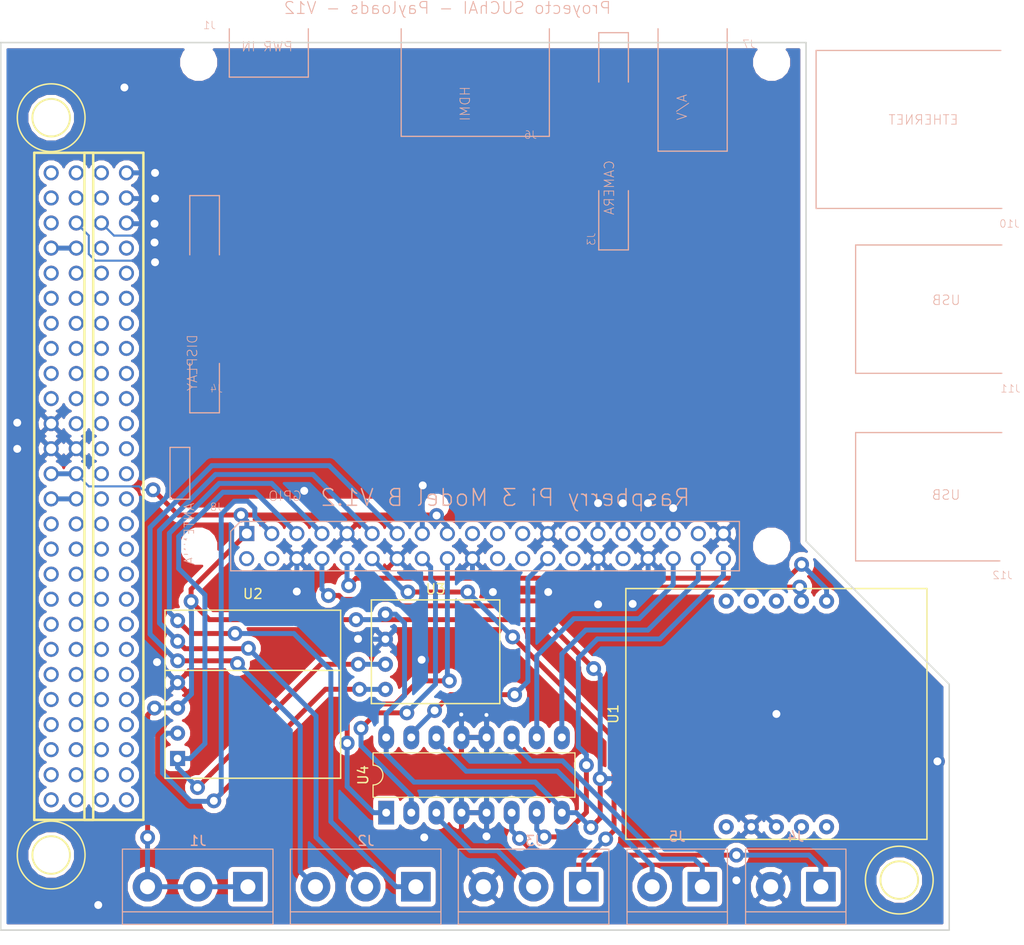
<source format=kicad_pcb>
(kicad_pcb (version 20171130) (host pcbnew 5.0.0-rc2-unknown-dfa9175~65~ubuntu17.10.1)
  (layers (0 Top signal) (1 Route2 signal) (2 Route3 signal) (3 Route4 signal) (4 Route5 signal) (5 Route6 signal) (6 Route7 signal) (7 Route8 signal) (8 Route9 signal) (9 Route10 signal) (10 Route11 signal) (11 Route12 signal) (12 Route13 signal) (13 Route14 signal) (14 Route15 signal) (31 Bottom signal) (34 B.Paste user) (35 F.Paste user) (36 B.SilkS user) (37 F.SilkS user) (38 B.Mask user) (39 F.Mask user) (44 Edge.Cuts user))
  (net 0 "")
  (net 1 /VBATT)
  (net 2 /GND)
  (net 3 /5V0)
  (net 4 /GPIO24)
  (net 5 /GPIO23)
  (net 6 /GPIO22)
  (net 7 /GPIO21)
  (net 8 /GPIO20)
  (net 9 /GPIO19)
  (net 10 /GPIO17)
  (net 11 /GPIO13)
  (net 12 /GPIO12)
  (net 13 /GPIO6)
  (net 14 /GPIO5)
  (net 15 /SCL)
  (net 16 /SDA)
  (net 17 /MOSI)
  (net 18 /MISO)
  (net 19 /SCK)
  (net 20 /3V3)
  (net 21 /RX)
  (net 22 /TX)
  (net 23 "Net-(U1-Pad1)")
  (net 24 "Net-(H1H2-Pad96)")
  (net 25 "Net-(H1H2-Pad95)")
  (net 26 "Net-(H1H2-Pad94)")
  (net 27 "Net-(H1H2-Pad93)")
  (net 28 "Net-(H1H2-Pad92)")
  (net 29 "Net-(H1H2-Pad91)")
  (net 30 "Net-(H1H2-Pad90)")
  (net 31 "Net-(H1H2-Pad89)")
  (net 32 "Net-(H1H2-Pad88)")
  (net 33 "Net-(H1H2-Pad87)")
  (net 34 "Net-(H1H2-Pad86)")
  (net 35 "Net-(H1H2-Pad85)")
  (net 36 "Net-(H1H2-Pad83)")
  (net 37 "Net-(H1H2-Pad76)")
  (net 38 "Net-(H1H2-Pad75)")
  (net 39 "Net-(H1H2-Pad74)")
  (net 40 "Net-(H1H2-Pad73)")
  (net 41 "Net-(H1H2-Pad72)")
  (net 42 "Net-(H1H2-Pad71)")
  (net 43 "Net-(H1H2-Pad70)")
  (net 44 "Net-(H1H2-Pad69)")
  (net 45 "Net-(H1H2-Pad68)")
  (net 46 "Net-(H1H2-Pad67)")
  (net 47 "Net-(H1H2-Pad66)")
  (net 48 "Net-(H1H2-Pad65)")
  (net 49 "Net-(H1H2-Pad64)")
  (net 50 "Net-(H1H2-Pad63)")
  (net 51 "Net-(H1H2-Pad62)")
  (net 52 "Net-(H1H2-Pad61)")
  (net 53 "Net-(H1H2-Pad60)")
  (net 54 "Net-(H1H2-Pad59)")
  (net 55 "Net-(H1H2-Pad58)")
  (net 56 "Net-(H1H2-Pad57)")
  (net 57 "Net-(H1H2-Pad56)")
  (net 58 "Net-(H1H2-Pad55)")
  (net 59 "Net-(H1H2-Pad54)")
  (net 60 "Net-(H1H2-Pad53)")
  (net 61 "Net-(H1H2-Pad46)")
  (net 62 "Net-(H1H2-Pad45)")
  (net 63 "Net-(H1H2-Pad44)")
  (net 64 "Net-(H1H2-Pad42)")
  (net 65 "Net-(H1H2-Pad40)")
  (net 66 "Net-(H1H2-Pad39)")
  (net 67 "Net-(H1H2-Pad38)")
  (net 68 "Net-(H1H2-Pad37)")
  (net 69 "Net-(H1H2-Pad36)")
  (net 70 "Net-(H1H2-Pad35)")
  (net 71 "Net-(H1H2-Pad34)")
  (net 72 "Net-(H1H2-Pad33)")
  (net 73 "Net-(H1H2-Pad32)")
  (net 74 "Net-(H1H2-Pad31)")
  (net 75 "Net-(H1H2-Pad30)")
  (net 76 "Net-(H1H2-Pad29)")
  (net 77 "Net-(H1H2-Pad28)")
  (net 78 "Net-(H1H2-Pad27)")
  (net 79 "Net-(H1H2-Pad26)")
  (net 80 "Net-(H1H2-Pad25)")
  (net 81 "Net-(H1H2-Pad24)")
  (net 82 "Net-(H1H2-Pad23)")
  (net 83 "Net-(H1H2-Pad22)")
  (net 84 "Net-(H1H2-Pad21)")
  (net 85 "Net-(H1H2-Pad20)")
  (net 86 "Net-(H1H2-Pad19)")
  (net 87 "Net-(H1H2-Pad18)")
  (net 88 "Net-(H1H2-Pad17)")
  (net 89 "Net-(H1H2-Pad16)")
  (net 90 "Net-(H1H2-Pad11)")
  (net 91 "Net-(H1H2-Pad10)")
  (net 92 "Net-(H1H2-Pad9)")
  (net 93 "Net-(H1H2-Pad8)")
  (net 94 "Net-(H1H2-Pad7)")
  (net 95 "Net-(H1H2-Pad6)")
  (net 96 "Net-(H1H2-Pad5)")
  (net 97 "Net-(H1H2-Pad4)")
  (net 98 "Net-(H1H2-Pad3)")
  (net 99 /GPIO26)
  (net 100 "Net-(PCB2-PadP$28)")
  (net 101 "Net-(PCB2-PadP$27)")
  (net 102 "Net-(PCB2-PadP$24)")
  (net 103 /GPIO25)
  (net 104 "Net-(U1-Pad8)")
  (net 105 "Net-(U1-Pad9)")
  (net 106 "Net-(U1-Pad10)")
  (net 107 "Net-(H1H2-Pad12)")
  (net 108 "Net-(H1H2-Pad2)")
  (net 109 "Net-(H1H2-Pad1)")
  (net 110 /MAG_INT3)
  (net 111 /MAG_INT2)
  (net 112 /MAG_INT1)
  (net 113 /SRVO_PWM)
  (net 114 /SRVO_PWR)
  (net 115 /SOLE_PWR)
  (net 116 /LINEAR2)
  (net 117 /LINEAR1)
  (net 118 /EN_SR_SO)
  (net 119 /EN_LINEAR)
  (net 120 /SRVO_SGNL)
  (net 121 /LN_SGNL1)
  (net 122 /SOLE_SGNL)
  (net 123 /LN_SGNL2)
  (net 124 "Net-(H1H2-Pad15)")
  (net 125 "Net-(H1H2-Pad14)")
  (net 126 "Net-(H1H2-Pad13)")
  (net 127 "Net-(U1-Pad4)")
  (net 128 "Net-(U1-Pad5)")
  (net 129 "Net-(PCB2-PadP$4)")
  (net 130 "Net-(PCB2-PadP$2)")
  (net 131 "Net-(H1H2-Pad50)")
  (net 132 "Net-(H1H2-Pad102)")
  (module Balloon_bus:RPI3 (layer Bottom) (at 117.0178 58.5)
    (fp_text reference PCB2 hide)
    (fp_text value RPI3 hide)
    (fp_text user ANTENNA (at 3.1115 48.0441 -90) (layer B.SilkS) (effects (font (size 0.9652 0.9652) (thickness 0.08128)) (justify left bottom mirror)))
    (fp_text user "Raspberry Pi 3 Model B V1.2" (at 53.3654 48.5775) (layer B.SilkS) (effects (font (size 1.6891 1.6891) (thickness 0.14224)) (justify left bottom mirror)))
    (fp_text user J4 (at 6 37) (layer B.SilkS) (effects (font (size 0.77216 0.77216) (thickness 0.065024)) (justify left bottom mirror)))
    (fp_text user USB (at 80.6577 47.879) (layer B.SilkS) (effects (font (size 0.9652 0.9652) (thickness 0.08128)) (justify left bottom mirror)))
    (fp_text user USB (at 77.6732 27.0256) (layer B.SilkS) (effects (font (size 0.9652 0.9652) (thickness 0.08128)) (justify right top mirror)))
    (fp_text user ETHERNET (at 73.2663 8.763) (layer B.SilkS) (effects (font (size 0.9652 0.9652) (thickness 0.08128)) (justify right top mirror)))
    (fp_text user A/V (at 52.9971 6.6675 -90) (layer B.SilkS) (effects (font (size 0.9652 0.9652) (thickness 0.08128)) (justify left bottom mirror)))
    (fp_text user CAMERA (at 45.6311 13.3604 -90) (layer B.SilkS) (effects (font (size 0.9652 0.9652) (thickness 0.08128)) (justify left bottom mirror)))
    (fp_text user HDMI (at 31.0388 5.8674 -90) (layer B.SilkS) (effects (font (size 0.9652 0.9652) (thickness 0.08128)) (justify left bottom mirror)))
    (fp_text user "PWR IN" (at 13.0937 2.4765) (layer B.SilkS) (effects (font (size 0.9652 0.9652) (thickness 0.08128)) (justify left bottom mirror)))
    (fp_text user DISPLAY (at 3.429 31.0007 -90) (layer B.SilkS) (effects (font (size 0.9652 0.9652) (thickness 0.08128)) (justify left bottom mirror)))
    (fp_text user GPIO (at 14 48) (layer B.SilkS) (effects (font (size 0.9652 0.9652) (thickness 0.08128)) (justify left bottom mirror)))
    (fp_text user J12 (at 83.8 55) (layer B.SilkS) (effects (font (size 0.77216 0.77216) (thickness 0.065024)) (justify right top mirror)))
    (fp_text user J11 (at 84.6 36.1) (layer B.SilkS) (effects (font (size 0.77216 0.77216) (thickness 0.065024)) (justify right top mirror)))
    (fp_text user J10 (at 84.5 19.4) (layer B.SilkS) (effects (font (size 0.77216 0.77216) (thickness 0.065024)) (justify right top mirror)))
    (fp_text user J7 (at 58.5 1.2) (layer B.SilkS) (effects (font (size 0.77216 0.77216) (thickness 0.065024)) (justify right top mirror)))
    (fp_text user J3 (at 43.7 20.7 -90) (layer B.SilkS) (effects (font (size 0.77216 0.77216) (thickness 0.065024)) (justify left bottom mirror)))
    (fp_text user J6 (at 37.8 11.3) (layer B.SilkS) (effects (font (size 0.77216 0.77216) (thickness 0.065024)) (justify left bottom mirror)))
    (fp_text user J1 (at 5.3 0.2) (layer B.SilkS) (effects (font (size 0.77216 0.77216) (thickness 0.065024)) (justify left bottom mirror)))
    (fp_text user J8 (at 6 49) (layer B.SilkS) (effects (font (size 0.77216 0.77216) (thickness 0.065024)) (justify left bottom mirror)))
    (pad P$40 thru_hole circle (at 56.6166 53.7718) (size 1.524 1.524) (drill 1.016) (layers *.Cu *.Mask) (net 122 /SOLE_SGNL))
    (pad P$39 thru_hole circle (at 56.6166 51.2318) (size 1.524 1.524) (drill 1.016) (layers *.Cu *.Mask) (net 2 /GND))
    (pad P$38 thru_hole circle (at 54.0766 53.7718) (size 1.524 1.524) (drill 1.016) (layers *.Cu *.Mask) (net 119 /EN_LINEAR))
    (pad P$37 thru_hole circle (at 54.0766 51.2318) (size 1.524 1.524) (drill 1.016) (layers *.Cu *.Mask) (net 99 /GPIO26))
    (pad P$36 thru_hole circle (at 51.5366 53.7718) (size 1.524 1.524) (drill 1.016) (layers *.Cu *.Mask) (net 121 /LN_SGNL1))
    (pad P$35 thru_hole circle (at 51.5366 51.2318) (size 1.524 1.524) (drill 1.016) (layers *.Cu *.Mask) (net 9 /GPIO19))
    (pad P$34 thru_hole circle (at 48.9966 53.7718) (size 1.524 1.524) (drill 1.016) (layers *.Cu *.Mask) (net 2 /GND))
    (pad P$33 thru_hole circle (at 48.9966 51.2318) (size 1.524 1.524) (drill 1.016) (layers *.Cu *.Mask) (net 11 /GPIO13))
    (pad P$32 thru_hole circle (at 46.4566 53.7718) (size 1.524 1.524) (drill 1.016) (layers *.Cu *.Mask) (net 12 /GPIO12))
    (pad P$31 thru_hole circle (at 46.4566 51.2318) (size 1.524 1.524) (drill 1.016) (layers *.Cu *.Mask) (net 13 /GPIO6))
    (pad P$30 thru_hole circle (at 43.9166 53.7718) (size 1.524 1.524) (drill 1.016) (layers *.Cu *.Mask) (net 2 /GND))
    (pad P$29 thru_hole circle (at 43.9166 51.2318) (size 1.524 1.524) (drill 1.016) (layers *.Cu *.Mask) (net 14 /GPIO5))
    (pad P$28 thru_hole circle (at 41.3766 53.7718) (size 1.524 1.524) (drill 1.016) (layers *.Cu *.Mask) (net 100 "Net-(PCB2-PadP$28)"))
    (pad P$27 thru_hole circle (at 41.3766 51.2318) (size 1.524 1.524) (drill 1.016) (layers *.Cu *.Mask) (net 101 "Net-(PCB2-PadP$27)"))
    (pad P$26 thru_hole circle (at 38.8366 53.7718) (size 1.524 1.524) (drill 1.016) (layers *.Cu *.Mask) (net 123 /LN_SGNL2))
    (pad P$25 thru_hole circle (at 38.8366 51.2318) (size 1.524 1.524) (drill 1.016) (layers *.Cu *.Mask) (net 2 /GND))
    (pad P$24 thru_hole circle (at 36.2966 53.7718) (size 1.524 1.524) (drill 1.016) (layers *.Cu *.Mask) (net 102 "Net-(PCB2-PadP$24)"))
    (pad P$23 thru_hole circle (at 36.2966 51.2318) (size 1.524 1.524) (drill 1.016) (layers *.Cu *.Mask) (net 19 /SCK))
    (pad P$22 thru_hole circle (at 33.7566 53.7718) (size 1.524 1.524) (drill 1.016) (layers *.Cu *.Mask) (net 103 /GPIO25))
    (pad P$21 thru_hole circle (at 33.7566 51.2318) (size 1.524 1.524) (drill 1.016) (layers *.Cu *.Mask) (net 18 /MISO))
    (pad P$20 thru_hole circle (at 31.2166 53.7718) (size 1.524 1.524) (drill 1.016) (layers *.Cu *.Mask) (net 2 /GND))
    (pad P$19 thru_hole circle (at 31.2166 51.2318) (size 1.524 1.524) (drill 1.016) (layers *.Cu *.Mask) (net 17 /MOSI))
    (pad P$18 thru_hole circle (at 28.6766 53.7718) (size 1.524 1.524) (drill 1.016) (layers *.Cu *.Mask) (net 118 /EN_SR_SO))
    (pad P$17 thru_hole circle (at 28.6766 51.2318) (size 1.524 1.524) (drill 1.016) (layers *.Cu *.Mask) (net 20 /3V3))
    (pad P$16 thru_hole circle (at 26.1366 53.7718) (size 1.524 1.524) (drill 1.016) (layers *.Cu *.Mask) (net 120 /SRVO_SGNL))
    (pad P$15 thru_hole circle (at 26.1366 51.2318) (size 1.524 1.524) (drill 1.016) (layers *.Cu *.Mask) (net 6 /GPIO22))
    (pad P$14 thru_hole circle (at 23.5966 53.7718) (size 1.524 1.524) (drill 1.016) (layers *.Cu *.Mask) (net 2 /GND))
    (pad P$13 thru_hole circle (at 23.5966 51.2318) (size 1.524 1.524) (drill 1.016) (layers *.Cu *.Mask) (net 110 /MAG_INT3))
    (pad P$12 thru_hole circle (at 21.0566 53.7718) (size 1.524 1.524) (drill 1.016) (layers *.Cu *.Mask) (net 113 /SRVO_PWM))
    (pad P$11 thru_hole circle (at 21.0566 51.2318) (size 1.524 1.524) (drill 1.016) (layers *.Cu *.Mask) (net 111 /MAG_INT2))
    (pad P$10 thru_hole circle (at 18.5166 53.7718) (size 1.524 1.524) (drill 1.016) (layers *.Cu *.Mask) (net 21 /RX))
    (pad P$9 thru_hole circle (at 18.5166 51.2318) (size 1.524 1.524) (drill 1.016) (layers *.Cu *.Mask) (net 2 /GND))
    (pad P$8 thru_hole circle (at 15.9766 53.7718) (size 1.524 1.524) (drill 1.016) (layers *.Cu *.Mask) (net 22 /TX))
    (pad P$7 thru_hole circle (at 15.9766 51.2318) (size 1.524 1.524) (drill 1.016) (layers *.Cu *.Mask) (net 112 /MAG_INT1))
    (pad P$6 thru_hole circle (at 13.4366 53.7718) (size 1.524 1.524) (drill 1.016) (layers *.Cu *.Mask) (net 2 /GND))
    (pad P$5 thru_hole circle (at 13.4366 51.2318) (size 1.524 1.524) (drill 1.016) (layers *.Cu *.Mask) (net 15 /SCL))
    (pad P$4 thru_hole circle (at 10.8966 53.7718) (size 1.524 1.524) (drill 1.016) (layers *.Cu *.Mask) (net 129 "Net-(PCB2-PadP$4)"))
    (pad P$3 thru_hole circle (at 10.8966 51.2318) (size 1.524 1.524) (drill 1.016) (layers *.Cu *.Mask) (net 16 /SDA))
    (pad P$2 thru_hole circle (at 8.3566 53.7718) (size 1.524 1.524) (drill 1.016) (layers *.Cu *.Mask) (net 130 "Net-(PCB2-PadP$2)"))
    (pad P$1 thru_hole rect (at 8.37 51.23) (size 1.524 1.524) (drill 1.016) (layers *.Cu *.Mask) (net 20 /3V3))
    (pad "" np_thru_hole circle (at 61.5 52.5) (size 2.75 2.75) (drill 2.75) (layers *.Cu))
    (pad "" np_thru_hole circle (at 3.5 52.5) (size 2.75 2.75) (drill 2.75) (layers *.Cu))
    (pad "" np_thru_hole circle (at 61.5 3.5) (size 2.75 2.75) (drill 2.75) (layers *.Cu))
    (pad "" np_thru_hole circle (at 3.5 3.5) (size 2.75 2.75) (drill 2.75) (layers *.Cu))
  )
  (module Balloon_bus:PC_104 (layer Top) (at 196.5185 59.9898 180)
    (fp_text reference H1H2 hide)
    (fp_text value PC104_CONN hide)
    (pad 104 thru_hole circle (at 90.932 -13.208 90) (size 1.524 1.524) (drill 1.016) (layers *.Cu *.Mask) (net 4 /GPIO24))
    (pad 103 thru_hole circle (at 88.392 -13.208 90) (size 1.524 1.524) (drill 1.016) (layers *.Cu *.Mask) (net 5 /GPIO23))
    (pad 102 thru_hole circle (at 90.932 -15.748 90) (size 1.524 1.524) (drill 1.016) (layers *.Cu *.Mask) (net 132 "Net-(H1H2-Pad102)"))
    (pad 101 thru_hole circle (at 88.392 -15.748 90) (size 1.524 1.524) (drill 1.016) (layers *.Cu *.Mask) (net 7 /GPIO21))
    (pad 100 thru_hole circle (at 90.932 -18.288 90) (size 1.524 1.524) (drill 1.016) (layers *.Cu *.Mask) (net 8 /GPIO20))
    (pad 99 thru_hole circle (at 88.392 -18.288 90) (size 1.524 1.524) (drill 1.016) (layers *.Cu *.Mask) (net 6 /GPIO22))
    (pad 98 thru_hole circle (at 90.932 -20.828 90) (size 1.524 1.524) (drill 1.016) (layers *.Cu *.Mask) (net 1 /VBATT))
    (pad 97 thru_hole circle (at 88.392 -20.828 90) (size 1.524 1.524) (drill 1.016) (layers *.Cu *.Mask) (net 1 /VBATT))
    (pad 96 thru_hole circle (at 90.932 -23.368 90) (size 1.524 1.524) (drill 1.016) (layers *.Cu *.Mask) (net 24 "Net-(H1H2-Pad96)"))
    (pad 95 thru_hole circle (at 88.392 -23.368 90) (size 1.524 1.524) (drill 1.016) (layers *.Cu *.Mask) (net 25 "Net-(H1H2-Pad95)"))
    (pad 94 thru_hole circle (at 90.932 -25.908 90) (size 1.524 1.524) (drill 1.016) (layers *.Cu *.Mask) (net 26 "Net-(H1H2-Pad94)"))
    (pad 93 thru_hole circle (at 88.392 -25.908 90) (size 1.524 1.524) (drill 1.016) (layers *.Cu *.Mask) (net 27 "Net-(H1H2-Pad93)"))
    (pad 92 thru_hole circle (at 90.932 -28.448 90) (size 1.524 1.524) (drill 1.016) (layers *.Cu *.Mask) (net 28 "Net-(H1H2-Pad92)"))
    (pad 91 thru_hole circle (at 88.392 -28.448 90) (size 1.524 1.524) (drill 1.016) (layers *.Cu *.Mask) (net 29 "Net-(H1H2-Pad91)"))
    (pad 90 thru_hole circle (at 90.932 -30.988 90) (size 1.524 1.524) (drill 1.016) (layers *.Cu *.Mask) (net 30 "Net-(H1H2-Pad90)"))
    (pad 89 thru_hole circle (at 88.392 -30.988 90) (size 1.524 1.524) (drill 1.016) (layers *.Cu *.Mask) (net 31 "Net-(H1H2-Pad89)"))
    (pad 88 thru_hole circle (at 90.932 -33.528 90) (size 1.524 1.524) (drill 1.016) (layers *.Cu *.Mask) (net 32 "Net-(H1H2-Pad88)"))
    (pad 87 thru_hole circle (at 88.392 -33.528 90) (size 1.524 1.524) (drill 1.016) (layers *.Cu *.Mask) (net 33 "Net-(H1H2-Pad87)"))
    (pad 86 thru_hole circle (at 90.932 -36.068 90) (size 1.524 1.524) (drill 1.016) (layers *.Cu *.Mask) (net 34 "Net-(H1H2-Pad86)"))
    (pad 85 thru_hole circle (at 88.392 -36.068 90) (size 1.524 1.524) (drill 1.016) (layers *.Cu *.Mask) (net 35 "Net-(H1H2-Pad85)"))
    (pad 84 thru_hole circle (at 90.932 -38.608 90) (size 1.524 1.524) (drill 1.016) (layers *.Cu *.Mask) (net 2 /GND))
    (pad 83 thru_hole circle (at 88.392 -38.608 90) (size 1.524 1.524) (drill 1.016) (layers *.Cu *.Mask) (net 36 "Net-(H1H2-Pad83)"))
    (pad 82 thru_hole circle (at 90.932 -41.148 90) (size 1.524 1.524) (drill 1.016) (layers *.Cu *.Mask) (net 2 /GND))
    (pad 81 thru_hole circle (at 88.392 -41.148 90) (size 1.524 1.524) (drill 1.016) (layers *.Cu *.Mask) (net 2 /GND))
    (pad 80 thru_hole circle (at 90.932 -43.688 90) (size 1.524 1.524) (drill 1.016) (layers *.Cu *.Mask) (net 20 /3V3))
    (pad 79 thru_hole circle (at 88.392 -43.688 90) (size 1.524 1.524) (drill 1.016) (layers *.Cu *.Mask) (net 20 /3V3))
    (pad 78 thru_hole circle (at 90.932 -46.228 90) (size 1.524 1.524) (drill 1.016) (layers *.Cu *.Mask) (net 3 /5V0))
    (pad 77 thru_hole circle (at 88.392 -46.228 90) (size 1.524 1.524) (drill 1.016) (layers *.Cu *.Mask) (net 3 /5V0))
    (pad 76 thru_hole circle (at 90.932 -48.768 90) (size 1.524 1.524) (drill 1.016) (layers *.Cu *.Mask) (net 37 "Net-(H1H2-Pad76)"))
    (pad 75 thru_hole circle (at 88.392 -48.768 90) (size 1.524 1.524) (drill 1.016) (layers *.Cu *.Mask) (net 38 "Net-(H1H2-Pad75)"))
    (pad 74 thru_hole circle (at 90.932 -51.308 90) (size 1.524 1.524) (drill 1.016) (layers *.Cu *.Mask) (net 39 "Net-(H1H2-Pad74)"))
    (pad 73 thru_hole circle (at 88.392 -51.308 90) (size 1.524 1.524) (drill 1.016) (layers *.Cu *.Mask) (net 40 "Net-(H1H2-Pad73)"))
    (pad 72 thru_hole circle (at 90.932 -53.848 90) (size 1.524 1.524) (drill 1.016) (layers *.Cu *.Mask) (net 41 "Net-(H1H2-Pad72)"))
    (pad 71 thru_hole circle (at 88.392 -53.848 90) (size 1.524 1.524) (drill 1.016) (layers *.Cu *.Mask) (net 42 "Net-(H1H2-Pad71)"))
    (pad 70 thru_hole circle (at 90.932 -56.388 90) (size 1.524 1.524) (drill 1.016) (layers *.Cu *.Mask) (net 43 "Net-(H1H2-Pad70)"))
    (pad 69 thru_hole circle (at 88.392 -56.388 90) (size 1.524 1.524) (drill 1.016) (layers *.Cu *.Mask) (net 44 "Net-(H1H2-Pad69)"))
    (pad 68 thru_hole circle (at 90.932 -58.928 90) (size 1.524 1.524) (drill 1.016) (layers *.Cu *.Mask) (net 45 "Net-(H1H2-Pad68)"))
    (pad 67 thru_hole circle (at 88.392 -58.928 90) (size 1.524 1.524) (drill 1.016) (layers *.Cu *.Mask) (net 46 "Net-(H1H2-Pad67)"))
    (pad 66 thru_hole circle (at 90.932 -61.468 90) (size 1.524 1.524) (drill 1.016) (layers *.Cu *.Mask) (net 47 "Net-(H1H2-Pad66)"))
    (pad 65 thru_hole circle (at 88.392 -61.468 90) (size 1.524 1.524) (drill 1.016) (layers *.Cu *.Mask) (net 48 "Net-(H1H2-Pad65)"))
    (pad 64 thru_hole circle (at 90.932 -64.008 90) (size 1.524 1.524) (drill 1.016) (layers *.Cu *.Mask) (net 49 "Net-(H1H2-Pad64)"))
    (pad 63 thru_hole circle (at 88.392 -64.008 90) (size 1.524 1.524) (drill 1.016) (layers *.Cu *.Mask) (net 50 "Net-(H1H2-Pad63)"))
    (pad 62 thru_hole circle (at 90.932 -66.548 90) (size 1.524 1.524) (drill 1.016) (layers *.Cu *.Mask) (net 51 "Net-(H1H2-Pad62)"))
    (pad 61 thru_hole circle (at 88.392 -66.548 90) (size 1.524 1.524) (drill 1.016) (layers *.Cu *.Mask) (net 52 "Net-(H1H2-Pad61)"))
    (pad 60 thru_hole circle (at 90.932 -69.088 90) (size 1.524 1.524) (drill 1.016) (layers *.Cu *.Mask) (net 53 "Net-(H1H2-Pad60)"))
    (pad 59 thru_hole circle (at 88.392 -69.088 90) (size 1.524 1.524) (drill 1.016) (layers *.Cu *.Mask) (net 54 "Net-(H1H2-Pad59)"))
    (pad 58 thru_hole circle (at 90.932 -71.628 90) (size 1.524 1.524) (drill 1.016) (layers *.Cu *.Mask) (net 55 "Net-(H1H2-Pad58)"))
    (pad 57 thru_hole circle (at 88.392 -71.628 90) (size 1.524 1.524) (drill 1.016) (layers *.Cu *.Mask) (net 56 "Net-(H1H2-Pad57)"))
    (pad 56 thru_hole circle (at 90.932 -74.168 90) (size 1.524 1.524) (drill 1.016) (layers *.Cu *.Mask) (net 57 "Net-(H1H2-Pad56)"))
    (pad 55 thru_hole circle (at 88.392 -74.168 90) (size 1.524 1.524) (drill 1.016) (layers *.Cu *.Mask) (net 58 "Net-(H1H2-Pad55)"))
    (pad 54 thru_hole circle (at 90.932 -76.708 90) (size 1.524 1.524) (drill 1.016) (layers *.Cu *.Mask) (net 59 "Net-(H1H2-Pad54)"))
    (pad 53 thru_hole circle (at 88.392 -76.708 90) (size 1.524 1.524) (drill 1.016) (layers *.Cu *.Mask) (net 60 "Net-(H1H2-Pad53)"))
    (pad 52 thru_hole circle (at 85.852 -13.208 90) (size 1.524 1.524) (drill 1.016) (layers *.Cu *.Mask) (net 10 /GPIO17))
    (pad 51 thru_hole circle (at 83.312 -13.208 90) (size 1.524 1.524) (drill 1.016) (layers *.Cu *.Mask) (net 9 /GPIO19))
    (pad 50 thru_hole circle (at 85.852 -15.748 90) (size 1.524 1.524) (drill 1.016) (layers *.Cu *.Mask) (net 131 "Net-(H1H2-Pad50)"))
    (pad 49 thru_hole circle (at 83.312 -15.748 90) (size 1.524 1.524) (drill 1.016) (layers *.Cu *.Mask) (net 11 /GPIO13))
    (pad 48 thru_hole circle (at 85.852 -18.288 90) (size 1.524 1.524) (drill 1.016) (layers *.Cu *.Mask) (net 14 /GPIO5))
    (pad 47 thru_hole circle (at 83.312 -18.288 90) (size 1.524 1.524) (drill 1.016) (layers *.Cu *.Mask) (net 13 /GPIO6))
    (pad 46 thru_hole circle (at 85.852 -20.828 90) (size 1.524 1.524) (drill 1.016) (layers *.Cu *.Mask) (net 61 "Net-(H1H2-Pad46)"))
    (pad 45 thru_hole circle (at 83.312 -20.828 90) (size 1.524 1.524) (drill 1.016) (layers *.Cu *.Mask) (net 62 "Net-(H1H2-Pad45)"))
    (pad 44 thru_hole circle (at 85.852 -23.368 90) (size 1.524 1.524) (drill 1.016) (layers *.Cu *.Mask) (net 63 "Net-(H1H2-Pad44)"))
    (pad 43 thru_hole circle (at 83.312 -23.368 90) (size 1.524 1.524) (drill 1.016) (layers *.Cu *.Mask) (net 15 /SCL))
    (pad 42 thru_hole circle (at 85.852 -25.908 90) (size 1.524 1.524) (drill 1.016) (layers *.Cu *.Mask) (net 64 "Net-(H1H2-Pad42)"))
    (pad 41 thru_hole circle (at 83.312 -25.908 90) (size 1.524 1.524) (drill 1.016) (layers *.Cu *.Mask) (net 16 /SDA))
    (pad 40 thru_hole circle (at 85.852 -28.448 90) (size 1.524 1.524) (drill 1.016) (layers *.Cu *.Mask) (net 65 "Net-(H1H2-Pad40)"))
    (pad 39 thru_hole circle (at 83.312 -28.448 90) (size 1.524 1.524) (drill 1.016) (layers *.Cu *.Mask) (net 66 "Net-(H1H2-Pad39)"))
    (pad 38 thru_hole circle (at 85.852 -30.988 90) (size 1.524 1.524) (drill 1.016) (layers *.Cu *.Mask) (net 67 "Net-(H1H2-Pad38)"))
    (pad 37 thru_hole circle (at 83.312 -30.988 90) (size 1.524 1.524) (drill 1.016) (layers *.Cu *.Mask) (net 68 "Net-(H1H2-Pad37)"))
    (pad 36 thru_hole circle (at 85.852 -33.528 90) (size 1.524 1.524) (drill 1.016) (layers *.Cu *.Mask) (net 69 "Net-(H1H2-Pad36)"))
    (pad 35 thru_hole circle (at 83.312 -33.528 90) (size 1.524 1.524) (drill 1.016) (layers *.Cu *.Mask) (net 70 "Net-(H1H2-Pad35)"))
    (pad 34 thru_hole circle (at 85.852 -36.068 90) (size 1.524 1.524) (drill 1.016) (layers *.Cu *.Mask) (net 71 "Net-(H1H2-Pad34)"))
    (pad 33 thru_hole circle (at 83.312 -36.068 90) (size 1.524 1.524) (drill 1.016) (layers *.Cu *.Mask) (net 72 "Net-(H1H2-Pad33)"))
    (pad 32 thru_hole circle (at 85.852 -38.608 90) (size 1.524 1.524) (drill 1.016) (layers *.Cu *.Mask) (net 73 "Net-(H1H2-Pad32)"))
    (pad 31 thru_hole circle (at 83.312 -38.608 90) (size 1.524 1.524) (drill 1.016) (layers *.Cu *.Mask) (net 74 "Net-(H1H2-Pad31)"))
    (pad 30 thru_hole circle (at 85.852 -41.148 90) (size 1.524 1.524) (drill 1.016) (layers *.Cu *.Mask) (net 75 "Net-(H1H2-Pad30)"))
    (pad 29 thru_hole circle (at 83.312 -41.148 90) (size 1.524 1.524) (drill 1.016) (layers *.Cu *.Mask) (net 76 "Net-(H1H2-Pad29)"))
    (pad 28 thru_hole circle (at 85.852 -43.688 90) (size 1.524 1.524) (drill 1.016) (layers *.Cu *.Mask) (net 77 "Net-(H1H2-Pad28)"))
    (pad 27 thru_hole circle (at 83.312 -43.688 90) (size 1.524 1.524) (drill 1.016) (layers *.Cu *.Mask) (net 78 "Net-(H1H2-Pad27)"))
    (pad 26 thru_hole circle (at 85.852 -46.228 90) (size 1.524 1.524) (drill 1.016) (layers *.Cu *.Mask) (net 79 "Net-(H1H2-Pad26)"))
    (pad 25 thru_hole circle (at 83.312 -46.228 90) (size 1.524 1.524) (drill 1.016) (layers *.Cu *.Mask) (net 80 "Net-(H1H2-Pad25)"))
    (pad 24 thru_hole circle (at 85.852 -48.768 90) (size 1.524 1.524) (drill 1.016) (layers *.Cu *.Mask) (net 81 "Net-(H1H2-Pad24)"))
    (pad 23 thru_hole circle (at 83.312 -48.768 90) (size 1.524 1.524) (drill 1.016) (layers *.Cu *.Mask) (net 82 "Net-(H1H2-Pad23)"))
    (pad 22 thru_hole circle (at 85.852 -51.308 90) (size 1.524 1.524) (drill 1.016) (layers *.Cu *.Mask) (net 83 "Net-(H1H2-Pad22)"))
    (pad 21 thru_hole circle (at 83.312 -51.308 90) (size 1.524 1.524) (drill 1.016) (layers *.Cu *.Mask) (net 84 "Net-(H1H2-Pad21)"))
    (pad 20 thru_hole circle (at 85.852 -53.848 90) (size 1.524 1.524) (drill 1.016) (layers *.Cu *.Mask) (net 85 "Net-(H1H2-Pad20)"))
    (pad 19 thru_hole circle (at 83.312 -53.848 90) (size 1.524 1.524) (drill 1.016) (layers *.Cu *.Mask) (net 86 "Net-(H1H2-Pad19)"))
    (pad 18 thru_hole circle (at 85.852 -56.388 90) (size 1.524 1.524) (drill 1.016) (layers *.Cu *.Mask) (net 87 "Net-(H1H2-Pad18)"))
    (pad 17 thru_hole circle (at 83.312 -56.388 90) (size 1.524 1.524) (drill 1.016) (layers *.Cu *.Mask) (net 88 "Net-(H1H2-Pad17)"))
    (pad 16 thru_hole circle (at 85.852 -58.928 90) (size 1.524 1.524) (drill 1.016) (layers *.Cu *.Mask) (net 89 "Net-(H1H2-Pad16)"))
    (pad 15 thru_hole circle (at 83.312 -58.928 90) (size 1.524 1.524) (drill 1.016) (layers *.Cu *.Mask) (net 124 "Net-(H1H2-Pad15)"))
    (pad 14 thru_hole circle (at 85.852 -61.468 90) (size 1.524 1.524) (drill 1.016) (layers *.Cu *.Mask) (net 125 "Net-(H1H2-Pad14)"))
    (pad 13 thru_hole circle (at 83.312 -61.468 90) (size 1.524 1.524) (drill 1.016) (layers *.Cu *.Mask) (net 126 "Net-(H1H2-Pad13)"))
    (pad 12 thru_hole circle (at 85.852 -64.008 90) (size 1.524 1.524) (drill 1.016) (layers *.Cu *.Mask) (net 107 "Net-(H1H2-Pad12)"))
    (pad 11 thru_hole circle (at 83.312 -64.008 90) (size 1.524 1.524) (drill 1.016) (layers *.Cu *.Mask) (net 90 "Net-(H1H2-Pad11)"))
    (pad 10 thru_hole circle (at 85.852 -66.548 90) (size 1.524 1.524) (drill 1.016) (layers *.Cu *.Mask) (net 91 "Net-(H1H2-Pad10)"))
    (pad 9 thru_hole circle (at 83.312 -66.548 90) (size 1.524 1.524) (drill 1.016) (layers *.Cu *.Mask) (net 92 "Net-(H1H2-Pad9)"))
    (pad 8 thru_hole circle (at 85.852 -69.088 90) (size 1.524 1.524) (drill 1.016) (layers *.Cu *.Mask) (net 93 "Net-(H1H2-Pad8)"))
    (pad 7 thru_hole circle (at 83.312 -69.088 90) (size 1.524 1.524) (drill 1.016) (layers *.Cu *.Mask) (net 94 "Net-(H1H2-Pad7)"))
    (pad 6 thru_hole circle (at 85.852 -71.628 90) (size 1.524 1.524) (drill 1.016) (layers *.Cu *.Mask) (net 95 "Net-(H1H2-Pad6)"))
    (pad 5 thru_hole circle (at 83.312 -71.628 90) (size 1.524 1.524) (drill 1.016) (layers *.Cu *.Mask) (net 96 "Net-(H1H2-Pad5)"))
    (pad 4 thru_hole circle (at 85.852 -74.168 90) (size 1.524 1.524) (drill 1.016) (layers *.Cu *.Mask) (net 97 "Net-(H1H2-Pad4)"))
    (pad 3 thru_hole circle (at 83.312 -74.168 90) (size 1.524 1.524) (drill 1.016) (layers *.Cu *.Mask) (net 98 "Net-(H1H2-Pad3)"))
    (pad 2 thru_hole circle (at 85.852 -76.708 90) (size 1.524 1.524) (drill 1.016) (layers *.Cu *.Mask) (net 108 "Net-(H1H2-Pad2)"))
    (pad 1 thru_hole circle (at 83.312 -76.708 90) (size 1.524 1.524) (drill 1.016) (layers *.Cu *.Mask) (net 109 "Net-(H1H2-Pad1)"))
  )
  (module Balloon_bus:3,6 (layer Top) (at 105.5865 67.6098)
    (fp_text reference U$11 hide)
    (fp_text value "" hide)
    (pad "" np_thru_hole circle (at 0 0) (size 3.6 3.6) (drill 3.6) (layers *.Cu))
  )
  (module Balloon_bus:3,6 (layer Top) (at 191.4385 144.8258)
    (fp_text reference U$13 hide)
    (fp_text value "" hide)
    (pad "" np_thru_hole circle (at 0 0) (size 3.6 3.6) (drill 3.6) (layers *.Cu))
  )
  (module Balloon_bus:3,6 (layer Top) (at 105.5865 142.2858)
    (fp_text reference U$14 hide)
    (fp_text value "" hide)
    (pad "" np_thru_hole circle (at 0 0) (size 3.6 3.6) (drill 3.6) (layers *.Cu))
  )
  (module TerminalBlock:TerminalBlock_bornier-3_P5.08mm (layer Bottom) (at 125.5 145.5 180)
    (fp_text reference J1 (at 5.05 4.65 180) (layer B.SilkS) (effects (justify mirror)))
    (fp_text value 3V3)
    (pad 1 thru_hole rect (at 0 0 180) (size 3 3) (drill 1.52) (layers *.Cu *.Mask) (net 20 /3V3))
    (pad 2 thru_hole circle (at 5.08 0 180) (size 3 3) (drill 1.52) (layers *.Cu *.Mask) (net 20 /3V3))
    (pad 3 thru_hole circle (at 10.16 0 180) (size 3 3) (drill 1.52) (layers *.Cu *.Mask) (net 20 /3V3))
  )
  (module TerminalBlock:TerminalBlock_bornier-3_P5.08mm (layer Bottom) (at 142.5 145.5 180)
    (fp_text reference J2 (at 5.05 4.65 180) (layer B.SilkS) (effects (justify mirror)))
    (fp_text value "DEPLOY SENSOR")
    (pad 3 thru_hole circle (at 10.16 0 180) (size 3 3) (drill 1.52) (layers *.Cu *.Mask) (net 110 /MAG_INT3))
    (pad 2 thru_hole circle (at 5.08 0 180) (size 3 3) (drill 1.52) (layers *.Cu *.Mask) (net 111 /MAG_INT2))
    (pad 1 thru_hole rect (at 0 0 180) (size 3 3) (drill 1.52) (layers *.Cu *.Mask) (net 112 /MAG_INT1))
  )
  (module TerminalBlock:TerminalBlock_bornier-3_P5.08mm (layer Bottom) (at 159.5 145.5 180)
    (fp_text reference J3 (at 5.05 4.65 180) (layer B.SilkS) (effects (justify mirror)))
    (fp_text value SERVO)
    (pad 1 thru_hole rect (at 0 0 180) (size 3 3) (drill 1.52) (layers *.Cu *.Mask) (net 113 /SRVO_PWM))
    (pad 2 thru_hole circle (at 5.08 0 180) (size 3 3) (drill 1.52) (layers *.Cu *.Mask) (net 114 /SRVO_PWR))
    (pad 3 thru_hole circle (at 10.16 0 180) (size 3 3) (drill 1.52) (layers *.Cu *.Mask) (net 2 /GND))
  )
  (module TerminalBlock:TerminalBlock_bornier-2_P5.08mm (layer Bottom) (at 183.5 145.5 180)
    (fp_text reference J4 (at 2.54 5.08 180) (layer B.SilkS) (effects (justify mirror)))
    (fp_text value SOLENOID)
    (pad 2 thru_hole circle (at 5.08 0 180) (size 3 3) (drill 1.52) (layers *.Cu *.Mask) (net 2 /GND))
    (pad 1 thru_hole rect (at 0 0 180) (size 3 3) (drill 1.52) (layers *.Cu *.Mask) (net 115 /SOLE_PWR))
  )
  (module TerminalBlock:TerminalBlock_bornier-2_P5.08mm (layer Bottom) (at 171.5 145.5 180)
    (fp_text reference J5 (at 2.54 5.08 180) (layer B.SilkS) (effects (justify mirror)))
    (fp_text value "LINEAR ACTUATOR")
    (pad 2 thru_hole circle (at 5.08 0 180) (size 3 3) (drill 1.52) (layers *.Cu *.Mask) (net 116 /LINEAR2))
    (pad 1 thru_hole rect (at 0 0 180) (size 3 3) (drill 1.52) (layers *.Cu *.Mask) (net 117 /LINEAR1))
  )
  (module Package_DIP:DIP-16_W7.62mm_LongPads (layer Top) (at 139.5 138 90)
    (fp_text reference U4 (at 3.81 -2.33 90) (layer F.SilkS))
    (fp_text value SN754410)
    (pad 1 thru_hole rect (at 0 0 90) (size 2.4 1.6) (drill 0.8) (layers *.Cu *.Mask) (net 118 /EN_SR_SO))
    (pad 9 thru_hole oval (at 7.62 17.78 90) (size 2.4 1.6) (drill 0.8) (layers *.Cu *.Mask) (net 119 /EN_LINEAR))
    (pad 2 thru_hole oval (at 0 2.54 90) (size 2.4 1.6) (drill 0.8) (layers *.Cu *.Mask) (net 120 /SRVO_SGNL))
    (pad 10 thru_hole oval (at 7.62 15.24 90) (size 2.4 1.6) (drill 0.8) (layers *.Cu *.Mask) (net 121 /LN_SGNL1))
    (pad 3 thru_hole oval (at 0 5.08 90) (size 2.4 1.6) (drill 0.8) (layers *.Cu *.Mask) (net 114 /SRVO_PWR))
    (pad 11 thru_hole oval (at 7.62 12.7 90) (size 2.4 1.6) (drill 0.8) (layers *.Cu *.Mask) (net 117 /LINEAR1))
    (pad 4 thru_hole oval (at 0 7.62 90) (size 2.4 1.6) (drill 0.8) (layers *.Cu *.Mask) (net 2 /GND))
    (pad 12 thru_hole oval (at 7.62 10.16 90) (size 2.4 1.6) (drill 0.8) (layers *.Cu *.Mask) (net 2 /GND))
    (pad 5 thru_hole oval (at 0 10.16 90) (size 2.4 1.6) (drill 0.8) (layers *.Cu *.Mask) (net 2 /GND))
    (pad 13 thru_hole oval (at 7.62 7.62 90) (size 2.4 1.6) (drill 0.8) (layers *.Cu *.Mask) (net 2 /GND))
    (pad 6 thru_hole oval (at 0 12.7 90) (size 2.4 1.6) (drill 0.8) (layers *.Cu *.Mask) (net 115 /SOLE_PWR))
    (pad 14 thru_hole oval (at 7.62 5.08 90) (size 2.4 1.6) (drill 0.8) (layers *.Cu *.Mask) (net 116 /LINEAR2))
    (pad 7 thru_hole oval (at 0 15.24 90) (size 2.4 1.6) (drill 0.8) (layers *.Cu *.Mask) (net 122 /SOLE_SGNL))
    (pad 15 thru_hole oval (at 7.62 2.54 90) (size 2.4 1.6) (drill 0.8) (layers *.Cu *.Mask) (net 123 /LN_SGNL2))
    (pad 8 thru_hole oval (at 0 17.78 90) (size 2.4 1.6) (drill 0.8) (layers *.Cu *.Mask) (net 20 /3V3))
    (pad 16 thru_hole oval (at 7.62 0 90) (size 2.4 1.6) (drill 0.8) (layers *.Cu *.Mask) (net 20 /3V3))
  )
  (module GPS:XA1110 (layer Top) (at 179 128 90)
    (fp_text reference U1 (at 0 -16.51 90) (layer F.SilkS))
    (fp_text value XA1110)
    (pad 1 thru_hole circle (at -11.43 -5.08 90) (size 1.524 1.524) (drill 0.762) (layers *.Cu *.Mask) (net 23 "Net-(U1-Pad1)"))
    (pad 2 thru_hole circle (at -11.43 -2.54 90) (size 1.524 1.524) (drill 0.762) (layers *.Cu *.Mask) (net 2 /GND))
    (pad 3 thru_hole circle (at -11.43 0 90) (size 1.524 1.524) (drill 0.762) (layers *.Cu *.Mask) (net 20 /3V3))
    (pad 4 thru_hole circle (at -11.43 2.54 90) (size 1.524 1.524) (drill 0.762) (layers *.Cu *.Mask) (net 127 "Net-(U1-Pad4)"))
    (pad 5 thru_hole circle (at -11.43 5.08 90) (size 1.524 1.524) (drill 0.762) (layers *.Cu *.Mask) (net 128 "Net-(U1-Pad5)"))
    (pad 6 thru_hole circle (at 11.43 5.08 90) (size 1.524 1.524) (drill 0.762) (layers *.Cu *.Mask) (net 21 /RX))
    (pad 7 thru_hole circle (at 11.43 2.54 90) (size 1.524 1.524) (drill 0.762) (layers *.Cu *.Mask) (net 22 /TX))
    (pad 8 thru_hole circle (at 11.43 0 90) (size 1.524 1.524) (drill 0.762) (layers *.Cu *.Mask) (net 104 "Net-(U1-Pad8)"))
    (pad 9 thru_hole circle (at 11.43 -2.54 90) (size 1.524 1.524) (drill 0.762) (layers *.Cu *.Mask) (net 105 "Net-(U1-Pad9)"))
    (pad 10 thru_hole circle (at 11.43 -5.08 90) (size 1.524 1.524) (drill 0.762) (layers *.Cu *.Mask) (net 106 "Net-(U1-Pad10)"))
  )
  (module Sensor:BMP180-V2 (layer Top) (at 144.5 121.7)
    (fp_text reference U3 (at 0 -6.35) (layer F.SilkS))
    (fp_text value BMP180-V2)
    (pad 1 thru_hole circle (at -5.08 -3.81) (size 1.524 1.524) (drill 0.762) (layers *.Cu *.Mask) (net 20 /3V3))
    (pad 2 thru_hole circle (at -5.08 -1.27) (size 1.524 1.524) (drill 0.762) (layers *.Cu *.Mask) (net 2 /GND))
    (pad 3 thru_hole circle (at -5.08 1.27) (size 1.524 1.524) (drill 0.762) (layers *.Cu *.Mask) (net 15 /SCL))
    (pad 4 thru_hole circle (at -5.08 3.81) (size 1.524 1.524) (drill 0.762) (layers *.Cu *.Mask) (net 16 /SDA))
  )
  (module Sensor:MPU-9250-BREAKOUT-R (layer Top) (at 126 126)
    (fp_text reference U2 (at 0 -10.16) (layer F.SilkS))
    (fp_text value MPU-9250-BREAKOUT-R)
    (pad 1 thru_hole rect (at -7.62 6.51) (size 1.524 1.524) (drill 0.762) (layers *.Cu *.Mask) (net 15 /SCL))
    (pad 2 thru_hole circle (at -7.62 3.95) (size 1.524 1.524) (drill 0.762) (layers *.Cu *.Mask) (net 16 /SDA))
    (pad 3 thru_hole circle (at -7.62 1.39) (size 1.524 1.524) (drill 0.762) (layers *.Cu *.Mask) (net 20 /3V3))
    (pad 4 thru_hole circle (at -7.62 -1.17) (size 1.524 1.524) (drill 0.762) (layers *.Cu *.Mask) (net 2 /GND))
  )
  (gr_line (start 196.4931 149.89) (end 100.4811 149.89) (layer Edge.Cuts) (width 0.15))
  (gr_line (start 182 60) (end 182 110.5) (layer Edge.Cuts) (width 0.15))
  (gr_line (start 186.5 115) (end 182 110.5) (layer Edge.Cuts) (width 0.15))
  (gr_line (start 196.5 125) (end 186.5 115) (layer Edge.Cuts) (width 0.15))
  (gr_line (start 100.4811 59.9998) (end 100.4811 60.0004) (layer Edge.Cuts) (width 0.15))
  (gr_line (start 100.4811 60.0004) (end 100.4811 149.8804) (layer Edge.Cuts) (width 0.15))
  (gr_line (start 196.4931 149.8804) (end 196.4931 125) (layer Edge.Cuts) (width 0.15))
  (gr_line (start 100.4811 60.0004) (end 182 60.0004) (layer Edge.Cuts) (width 0.15))
  (gr_text "Proyecto SUChAI - Payloads - V12" (at 162.3441 57.2008) (layer B.SilkS) (effects (font (size 1.2065 1.2065) (thickness 0.1016)) (justify left bottom mirror)))
  (segment (start 105.5865 80.8178) (end 108.1265 80.8178) (width 0.5) (layer Bottom) (net 1))
  (via (at 147.1 128.05) (size 1) (drill 0.4) (layers Top Bottom) (net 2))
  (segment (start 147.12 130.38) (end 147.12 128.07) (width 0.5) (layer Bottom) (net 2))
  (segment (start 147.12 128.07) (end 147.1 128.05) (width 0.5) (layer Bottom) (net 2))
  (via (at 149.65 128.1) (size 1) (drill 0.4) (layers Top Bottom) (net 2))
  (segment (start 149.66 130.38) (end 149.66 128.11) (width 0.5) (layer Bottom) (net 2))
  (segment (start 149.66 128.11) (end 149.65 128.1) (width 0.5) (layer Bottom) (net 2))
  (via (at 116.3 122.75) (size 1.5) (drill 0.8) (layers Top Bottom) (net 2))
  (segment (start 118.38 124.83) (end 116.3 122.75) (width 0.5) (layer Bottom) (net 2))
  (via (at 149.65 140.4) (size 1.5) (drill 0.8) (layers Top Bottom) (net 2))
  (segment (start 149.66 138) (end 149.66 140.39) (width 0.5) (layer Bottom) (net 2))
  (segment (start 149.66 140.39) (end 149.65 140.4) (width 0.5) (layer Bottom) (net 2))
  (via (at 130.45 115.6) (size 1.5) (drill 0.8) (layers Top Bottom) (net 2))
  (segment (start 130.4544 112.2718) (end 130.4544 115.5956) (width 0.5) (layer Bottom) (net 2))
  (segment (start 130.4544 115.5956) (end 130.45 115.6) (width 0.5) (layer Bottom) (net 2))
  (via (at 113 64.55) (size 1.5) (drill 0.8) (layers Top Bottom) (net 2))
  (via (at 110.35 147.35) (size 1.5) (drill 0.8) (layers Top Bottom) (net 2))
  (via (at 102.15 98.5) (size 1.5) (drill 0.8) (layers Top Bottom) (net 2))
  (via (at 102.15 101.15) (size 1.5) (drill 0.8) (layers Top Bottom) (net 2))
  (via (at 136.65 120.4) (size 1.5) (drill 0.8) (layers Top Bottom) (net 2))
  (segment (start 139.42 120.43) (end 136.68 120.43) (width 0.5) (layer Bottom) (net 2))
  (segment (start 136.68 120.43) (end 136.65 120.4) (width 0.5) (layer Bottom) (net 2))
  (via (at 143.35 140.5) (size 1.5) (drill 0.8) (layers Top Bottom) (net 2))
  (segment (start 149.65 140.4) (end 143.45 140.4) (width 0.5) (layer Top) (net 2))
  (segment (start 143.45 140.4) (end 143.35 140.5) (width 0.5) (layer Top) (net 2))
  (via (at 195.3 132.8) (size 1.5) (drill 0.8) (layers Top Bottom) (net 2))
  (via (at 174.95 144.85) (size 1.5) (drill 0.8) (layers Top Bottom) (net 2))
  (via (at 160.95 116.9) (size 1.5) (drill 0.8) (layers Top Bottom) (net 2))
  (segment (start 160.9344 112.2718) (end 160.9344 116.8844) (width 0.5) (layer Bottom) (net 2))
  (segment (start 160.9344 116.8844) (end 160.95 116.9) (width 0.5) (layer Bottom) (net 2))
  (segment (start 166.0144 112.2718) (end 166.0144 115.2856) (width 0.5) (layer Bottom) (net 2))
  (via (at 164.45 116.85) (size 1.5) (drill 0.8) (layers Top Bottom) (net 2))
  (segment (start 166.0144 115.2856) (end 164.45 116.85) (width 0.5) (layer Bottom) (net 2))
  (segment (start 143.100001 122.499999) (end 143.089303 122.510697) (width 0.5) (layer Bottom) (net 2))
  (segment (start 140.6144 112.2718) (end 143.100001 114.757401) (width 0.5) (layer Bottom) (net 2))
  (via (at 143.089303 122.510697) (size 1.5) (drill 0.8) (layers Top Bottom) (net 2))
  (segment (start 143.100001 114.757401) (end 143.100001 122.499999) (width 0.5) (layer Bottom) (net 2))
  (via (at 150.3 115.650001) (size 1.5) (drill 0.8) (layers Top Bottom) (net 2))
  (segment (start 148.2344 112.2718) (end 148.2344 113.584401) (width 0.5) (layer Bottom) (net 2))
  (segment (start 148.2344 113.584401) (end 150.3 115.650001) (width 0.5) (layer Bottom) (net 2))
  (via (at 155.9 115.650001) (size 1.5) (drill 0.8) (layers Top Bottom) (net 2))
  (segment (start 150.3 115.650001) (end 155.9 115.650001) (width 0.5) (layer Top) (net 2))
  (via (at 179 128) (size 1.5) (drill 0.8) (layers Top Bottom) (net 2))
  (via (at 131.2 105.4) (size 1.5) (drill 0.8) (layers Top Bottom) (net 2))
  (segment (start 135.5344 109.7318) (end 131.2026 105.4) (width 0.5) (layer Bottom) (net 2))
  (segment (start 131.2026 105.4) (end 131.2 105.4) (width 0.5) (layer Bottom) (net 2))
  (segment (start 105.5865 106.2178) (end 108.1265 106.2178) (width 0.5) (layer Bottom) (net 3))
  (via (at 143.2 104.85) (size 1.5) (drill 0.8) (layers Top Bottom) (net 6))
  (segment (start 143.1544 109.7318) (end 143.1544 104.8956) (width 0.5) (layer Bottom) (net 6))
  (segment (start 143.1544 104.8956) (end 143.2 104.85) (width 0.5) (layer Bottom) (net 6))
  (via (at 116.1 82.25) (size 1.5) (drill 0.8) (layers Top Bottom) (net 6))
  (segment (start 143.2 104.85) (end 120.6 82.25) (width 0.5) (layer Top) (net 6))
  (segment (start 120.6 82.25) (end 116.1 82.25) (width 0.5) (layer Top) (net 6))
  (segment (start 115.03934 82.25) (end 116.1 82.25) (width 0.21) (layer Bottom) (net 6))
  (segment (start 114.880139 82.090799) (end 115.03934 82.25) (width 0.21) (layer Bottom) (net 6))
  (segment (start 110.064337 82.090799) (end 114.880139 82.090799) (width 0.21) (layer Bottom) (net 6))
  (segment (start 109.393501 81.419963) (end 110.064337 82.090799) (width 0.21) (layer Bottom) (net 6))
  (segment (start 109.393501 79.544801) (end 109.393501 81.419963) (width 0.21) (layer Bottom) (net 6))
  (segment (start 108.1265 78.2778) (end 109.393501 79.544801) (width 0.21) (layer Bottom) (net 6))
  (via (at 168.55 107.15) (size 1.5) (drill 0.8) (layers Top Bottom) (net 9))
  (segment (start 168.5544 109.7318) (end 168.5544 107.1544) (width 0.5) (layer Bottom) (net 9))
  (segment (start 168.5544 107.1544) (end 168.55 107.15) (width 0.5) (layer Bottom) (net 9))
  (via (at 116.1 73.2) (size 1.5) (drill 0.8) (layers Top Bottom) (net 9))
  (segment (start 168.55 107.15) (end 134.6 73.2) (width 0.5) (layer Top) (net 9))
  (segment (start 134.6 73.2) (end 116.1 73.2) (width 0.5) (layer Top) (net 9))
  (segment (start 113.2087 73.2) (end 113.2065 73.1978) (width 0.5) (layer Bottom) (net 9))
  (segment (start 116.1 73.2) (end 113.2087 73.2) (width 0.5) (layer Bottom) (net 9))
  (via (at 166 106.65) (size 1.5) (drill 0.8) (layers Top Bottom) (net 11))
  (segment (start 166.0144 109.7318) (end 166.0144 106.6644) (width 0.5) (layer Bottom) (net 11))
  (segment (start 166.0144 106.6644) (end 166 106.65) (width 0.5) (layer Bottom) (net 11))
  (via (at 116.1 75.8) (size 1.5) (drill 0.8) (layers Top Bottom) (net 11))
  (segment (start 166 106.65) (end 135.15 75.8) (width 0.5) (layer Top) (net 11))
  (segment (start 135.15 75.8) (end 116.1 75.8) (width 0.5) (layer Top) (net 11))
  (segment (start 113.2687 75.8) (end 113.2065 75.7378) (width 0.5) (layer Bottom) (net 11))
  (segment (start 116.1 75.8) (end 113.2687 75.8) (width 0.5) (layer Bottom) (net 11))
  (via (at 163.45 106.65) (size 1.5) (drill 0.8) (layers Top Bottom) (net 13))
  (segment (start 163.4744 109.7318) (end 163.4744 106.6744) (width 0.5) (layer Bottom) (net 13))
  (segment (start 163.4744 106.6744) (end 163.45 106.65) (width 0.5) (layer Bottom) (net 13))
  (via (at 116.05 78.35) (size 1.5) (drill 0.8) (layers Top Bottom) (net 13))
  (segment (start 163.45 106.65) (end 135.15 78.35) (width 0.5) (layer Top) (net 13))
  (segment (start 135.15 78.35) (end 116.05 78.35) (width 0.5) (layer Top) (net 13))
  (segment (start 113.2787 78.35) (end 113.2065 78.2778) (width 0.5) (layer Bottom) (net 13))
  (segment (start 116.05 78.35) (end 113.2787 78.35) (width 0.5) (layer Bottom) (net 13))
  (via (at 160.95 106.65) (size 1.5) (drill 0.8) (layers Top Bottom) (net 14))
  (segment (start 160.9344 109.7318) (end 160.9344 106.6656) (width 0.5) (layer Bottom) (net 14))
  (segment (start 160.9344 106.6656) (end 160.95 106.65) (width 0.5) (layer Bottom) (net 14))
  (via (at 116.05 80.250003) (size 1.5) (drill 0.8) (layers Top Bottom) (net 14))
  (segment (start 160.95 106.65) (end 134.550003 80.250003) (width 0.5) (layer Top) (net 14))
  (segment (start 134.550003 80.250003) (end 116.05 80.250003) (width 0.5) (layer Top) (net 14))
  (segment (start 114.98934 80.250003) (end 116.05 80.250003) (width 0.21) (layer Bottom) (net 14))
  (segment (start 114.290136 79.550799) (end 114.98934 80.250003) (width 0.21) (layer Bottom) (net 14))
  (segment (start 111.939499 79.550799) (end 114.290136 79.550799) (width 0.21) (layer Bottom) (net 14))
  (segment (start 110.6665 78.2778) (end 111.939499 79.550799) (width 0.21) (layer Bottom) (net 14))
  (segment (start 119.642 132.51) (end 118.38 132.51) (width 0.5) (layer Bottom) (net 15))
  (segment (start 121.150001 131.001999) (end 119.642 132.51) (width 0.5) (layer Bottom) (net 15))
  (segment (start 121.150001 115.927999) (end 121.150001 131.001999) (width 0.5) (layer Bottom) (net 15))
  (segment (start 118.492799 113.270797) (end 121.150001 115.927999) (width 0.5) (layer Bottom) (net 15))
  (segment (start 118.492799 110.027999) (end 118.492799 113.270797) (width 0.5) (layer Bottom) (net 15))
  (segment (start 122.970809 105.549989) (end 118.492799 110.027999) (width 0.5) (layer Bottom) (net 15))
  (segment (start 126.272589 105.549989) (end 122.970809 105.549989) (width 0.5) (layer Bottom) (net 15))
  (segment (start 130.4544 109.7318) (end 126.272589 105.549989) (width 0.5) (layer Bottom) (net 15))
  (segment (start 139.42 122.97) (end 136.67 122.97) (width 0.5) (layer Bottom) (net 15))
  (via (at 136.67 122.97) (size 1.5) (drill 0.8) (layers Top Bottom) (net 15))
  (via (at 120.4 135.45) (size 1.5) (drill 0.8) (layers Top Bottom) (net 15))
  (segment (start 118.38 132.51) (end 118.38 133.43) (width 0.5) (layer Bottom) (net 15))
  (segment (start 118.38 133.43) (end 120.4 135.45) (width 0.5) (layer Bottom) (net 15))
  (segment (start 132.88 122.97) (end 136.67 122.97) (width 0.5) (layer Top) (net 15))
  (segment (start 120.4 135.45) (end 132.88 122.97) (width 0.5) (layer Top) (net 15))
  (via (at 136.8 125.5) (size 1.5) (drill 0.8) (layers Top Bottom) (net 16))
  (segment (start 139.42 125.51) (end 136.81 125.51) (width 0.5) (layer Bottom) (net 16))
  (segment (start 136.81 125.51) (end 136.8 125.5) (width 0.5) (layer Bottom) (net 16))
  (segment (start 117.30237 129.95) (end 116.85 130.40237) (width 0.5) (layer Bottom) (net 16))
  (segment (start 118.38 129.95) (end 117.30237 129.95) (width 0.5) (layer Bottom) (net 16))
  (via (at 122.05 136.8) (size 1.5) (drill 0.8) (layers Top Bottom) (net 16))
  (segment (start 121.999999 136.850001) (end 122.05 136.8) (width 0.5) (layer Bottom) (net 16))
  (segment (start 119.727999 136.850001) (end 121.999999 136.850001) (width 0.5) (layer Bottom) (net 16))
  (segment (start 116.85 130.40237) (end 116.85 133.972002) (width 0.5) (layer Bottom) (net 16))
  (segment (start 116.85 133.972002) (end 119.727999 136.850001) (width 0.5) (layer Bottom) (net 16))
  (segment (start 133.35 125.5) (end 136.8 125.5) (width 0.5) (layer Top) (net 16))
  (segment (start 122.05 136.8) (end 133.35 125.5) (width 0.5) (layer Top) (net 16))
  (segment (start 122.799999 136.050001) (end 122.05 136.8) (width 0.5) (layer Bottom) (net 16))
  (segment (start 124.127999 106.449999) (end 122.799999 107.777999) (width 0.5) (layer Bottom) (net 16))
  (segment (start 126.200001 107.177999) (end 125.472001 106.449999) (width 0.5) (layer Bottom) (net 16))
  (segment (start 125.472001 106.449999) (end 124.127999 106.449999) (width 0.5) (layer Bottom) (net 16))
  (segment (start 126.200001 108.017401) (end 126.200001 107.177999) (width 0.5) (layer Bottom) (net 16))
  (segment (start 122.799999 107.777999) (end 122.799999 136.050001) (width 0.5) (layer Bottom) (net 16))
  (segment (start 127.9144 109.7318) (end 126.200001 108.017401) (width 0.5) (layer Bottom) (net 16))
  (segment (start 115.34 145.5) (end 120.42 145.5) (width 0.5) (layer Bottom) (net 20))
  (segment (start 120.42 145.5) (end 125.5 145.5) (width 0.5) (layer Bottom) (net 20))
  (via (at 116.05 127.4) (size 1.5) (drill 0.8) (layers Top Bottom) (net 20))
  (via (at 115.35 140.5) (size 1.5) (drill 0.8) (layers Top Bottom) (net 20))
  (segment (start 115.34 145.5) (end 115.34 140.51) (width 0.5) (layer Bottom) (net 20))
  (segment (start 115.34 140.51) (end 115.35 140.5) (width 0.5) (layer Bottom) (net 20))
  (segment (start 105.5865 103.6778) (end 108.1265 103.6778) (width 0.5) (layer Bottom) (net 20))
  (segment (start 118.38 127.39) (end 116.06 127.39) (width 0.5) (layer Bottom) (net 20))
  (segment (start 116.06 127.39) (end 116.05 127.4) (width 0.5) (layer Bottom) (net 20))
  (segment (start 115.35 128.1) (end 116.05 127.4) (width 0.5) (layer Top) (net 20))
  (segment (start 115.35 140.5) (end 115.35 128.1) (width 0.5) (layer Top) (net 20))
  (segment (start 139.5 132.08) (end 142.32 134.9) (width 0.5) (layer Bottom) (net 20))
  (segment (start 139.5 130.38) (end 139.5 132.08) (width 0.5) (layer Bottom) (net 20))
  (segment (start 154.58 134.9) (end 157.28 137.6) (width 0.5) (layer Bottom) (net 20))
  (segment (start 157.28 137.6) (end 157.28 138) (width 0.5) (layer Bottom) (net 20))
  (segment (start 142.32 134.9) (end 154.58 134.9) (width 0.5) (layer Bottom) (net 20))
  (via (at 124.8 107.85) (size 1.5) (drill 0.8) (layers Top Bottom) (net 20))
  (segment (start 125.3878 109.73) (end 125.3878 108.4378) (width 0.5) (layer Bottom) (net 20))
  (segment (start 125.3878 108.4378) (end 124.8 107.85) (width 0.5) (layer Bottom) (net 20))
  (via (at 115.9 105.3) (size 1.5) (drill 0.8) (layers Top Bottom) (net 20))
  (segment (start 124.8 107.85) (end 118.45 107.85) (width 0.5) (layer Top) (net 20))
  (segment (start 118.45 107.85) (end 115.9 105.3) (width 0.5) (layer Top) (net 20))
  (segment (start 114.490139 104.950799) (end 114.83934 105.3) (width 0.21) (layer Bottom) (net 20))
  (segment (start 109.399499 104.950799) (end 114.490139 104.950799) (width 0.21) (layer Bottom) (net 20))
  (segment (start 114.83934 105.3) (end 115.9 105.3) (width 0.21) (layer Bottom) (net 20))
  (segment (start 108.1265 103.6778) (end 109.399499 104.950799) (width 0.21) (layer Bottom) (net 20))
  (segment (start 139.42 117.89) (end 140.448505 117.89) (width 0.5) (layer Bottom) (net 20))
  (segment (start 140.448505 117.89) (end 141.358506 118.800001) (width 0.5) (layer Bottom) (net 20))
  (segment (start 141.358506 126.141494) (end 141.358506 118.800001) (width 0.5) (layer Bottom) (net 20))
  (segment (start 139.5 130.38) (end 139.5 128) (width 0.5) (layer Bottom) (net 20))
  (segment (start 139.5 128) (end 141.358506 126.141494) (width 0.5) (layer Bottom) (net 20))
  (via (at 119.75 116.6) (size 1.5) (drill 0.8) (layers Top Bottom) (net 20))
  (segment (start 125.3878 109.73) (end 119.75 115.3678) (width 0.5) (layer Top) (net 20))
  (segment (start 119.75 115.3678) (end 119.75 116.6) (width 0.5) (layer Top) (net 20))
  (segment (start 119.141999 126.628001) (end 118.38 127.39) (width 0.5) (layer Bottom) (net 20))
  (segment (start 119.792001 117.702661) (end 119.792001 125.977999) (width 0.5) (layer Bottom) (net 20))
  (segment (start 119.75 117.66066) (end 119.792001 117.702661) (width 0.5) (layer Bottom) (net 20))
  (segment (start 119.792001 125.977999) (end 119.141999 126.628001) (width 0.5) (layer Bottom) (net 20))
  (segment (start 119.75 116.6) (end 119.75 117.66066) (width 0.5) (layer Bottom) (net 20))
  (segment (start 131.227998 118.45) (end 136.45 118.45) (width 0.5) (layer Top) (net 20))
  (via (at 136.45 118.45) (size 1.5) (drill 0.8) (layers Top Bottom) (net 20))
  (segment (start 119.75 116.6) (end 121.6 118.45) (width 0.5) (layer Top) (net 20))
  (segment (start 121.6 118.45) (end 131.227998 118.45) (width 0.5) (layer Top) (net 20))
  (via (at 160.216586 139.493937) (size 1.5) (drill 0.8) (layers Top Bottom) (net 20))
  (segment (start 157.28 138) (end 158.722649 138) (width 0.5) (layer Bottom) (net 20))
  (segment (start 158.722649 138) (end 160.216586 139.493937) (width 0.5) (layer Bottom) (net 20))
  (via (at 161.16495 134.55) (size 1.5) (drill 0.8) (layers Top Bottom) (net 20))
  (segment (start 160.216586 139.493937) (end 161.16495 138.545573) (width 0.5) (layer Top) (net 20))
  (segment (start 161.16495 138.545573) (end 161.16495 134.55) (width 0.5) (layer Top) (net 20))
  (via (at 160.5 123.4) (size 1.5) (drill 0.8) (layers Top Bottom) (net 20))
  (segment (start 161.16495 134.55) (end 161.16495 124.06495) (width 0.5) (layer Bottom) (net 20))
  (segment (start 161.16495 124.06495) (end 160.5 123.4) (width 0.5) (layer Bottom) (net 20))
  (segment (start 138.86 118.45) (end 139.42 117.89) (width 0.5) (layer Bottom) (net 20))
  (segment (start 136.45 118.45) (end 138.86 118.45) (width 0.5) (layer Bottom) (net 20))
  (segment (start 155.55 118.45) (end 136.45 118.45) (width 0.5) (layer Top) (net 20))
  (segment (start 160.5 123.4) (end 155.55 118.45) (width 0.5) (layer Top) (net 20))
  (segment (start 174.12 134.55) (end 179 139.43) (width 0.5) (layer Bottom) (net 20))
  (segment (start 161.16495 134.55) (end 174.12 134.55) (width 0.5) (layer Bottom) (net 20))
  (via (at 144.6 107.9) (size 1.5) (drill 0.8) (layers Top Bottom) (net 20))
  (segment (start 124.8 107.85) (end 144.55 107.85) (width 0.5) (layer Top) (net 20))
  (segment (start 144.55 107.85) (end 144.6 107.9) (width 0.5) (layer Top) (net 20))
  (segment (start 145.6944 108.9944) (end 144.6 107.9) (width 0.5) (layer Bottom) (net 20))
  (segment (start 145.6944 109.7318) (end 145.6944 108.9944) (width 0.5) (layer Bottom) (net 20))
  (via (at 135.7 115) (size 1.5) (drill 0.8) (layers Top Bottom) (net 21))
  (segment (start 135.5344 112.2718) (end 135.5344 114.8344) (width 0.5) (layer Bottom) (net 21))
  (segment (start 135.5344 114.8344) (end 135.7 115) (width 0.5) (layer Bottom) (net 21))
  (segment (start 180.149999 114.250001) (end 181.55 112.85) (width 0.5) (layer Top) (net 21))
  (via (at 181.55 112.85) (size 1.5) (drill 0.8) (layers Top Bottom) (net 21))
  (segment (start 135.7 115) (end 136.449999 114.250001) (width 0.5) (layer Top) (net 21))
  (segment (start 136.449999 114.250001) (end 180.149999 114.250001) (width 0.5) (layer Top) (net 21))
  (segment (start 184.08 115.38) (end 181.55 112.85) (width 0.5) (layer Bottom) (net 21))
  (segment (start 184.08 116.57) (end 184.08 115.38) (width 0.5) (layer Bottom) (net 21))
  (via (at 133.65 116) (size 1.5) (drill 0.8) (layers Top Bottom) (net 22))
  (segment (start 132.9944 112.2718) (end 132.9944 115.3444) (width 0.5) (layer Bottom) (net 22))
  (segment (start 132.9944 115.3444) (end 133.65 116) (width 0.5) (layer Bottom) (net 22))
  (segment (start 158.471992 115.150011) (end 181.349989 115.150011) (width 0.5) (layer Top) (net 22))
  (segment (start 155.227999 117.050002) (end 156.572001 117.050002) (width 0.5) (layer Top) (net 22))
  (via (at 181.35 115.15) (size 1.5) (drill 0.8) (layers Top Bottom) (net 22))
  (segment (start 151.471992 116.550011) (end 154.728008 116.550011) (width 0.5) (layer Top) (net 22))
  (segment (start 156.572001 117.050002) (end 158.471992 115.150011) (width 0.5) (layer Top) (net 22))
  (segment (start 134.71066 116) (end 135.110661 116.400001) (width 0.5) (layer Top) (net 22))
  (segment (start 154.728008 116.550011) (end 155.227999 117.050002) (width 0.5) (layer Top) (net 22))
  (segment (start 133.65 116) (end 134.71066 116) (width 0.5) (layer Top) (net 22))
  (segment (start 135.110661 116.400001) (end 140.377998 116.400001) (width 0.5) (layer Top) (net 22))
  (segment (start 181.349989 115.150011) (end 181.35 115.15) (width 0.5) (layer Top) (net 22))
  (segment (start 140.377998 116.400001) (end 141.027999 117.050002) (width 0.5) (layer Top) (net 22))
  (segment (start 141.027999 117.050002) (end 150.972001 117.050002) (width 0.5) (layer Top) (net 22))
  (segment (start 150.972001 117.050002) (end 151.471992 116.550011) (width 0.5) (layer Top) (net 22))
  (segment (start 181.35 116.38) (end 181.54 116.57) (width 0.5) (layer Bottom) (net 22))
  (segment (start 181.35 115.15) (end 181.35 116.38) (width 0.5) (layer Bottom) (net 22))
  (segment (start 121.852418 102.849962) (end 115.6 109.10238) (width 0.5) (layer Bottom) (net 110))
  (segment (start 140.6144 109.7318) (end 133.732562 102.849962) (width 0.5) (layer Bottom) (net 110))
  (segment (start 133.732562 102.849962) (end 121.852418 102.849962) (width 0.5) (layer Bottom) (net 110))
  (via (at 118.392001 122.616626) (size 1.5) (drill 0.8) (layers Top Bottom) (net 110))
  (segment (start 118.292676 122.616626) (end 118.392001 122.616626) (width 0.5) (layer Bottom) (net 110))
  (segment (start 115.6 109.10238) (end 115.6 119.92395) (width 0.5) (layer Bottom) (net 110))
  (segment (start 115.6 119.92395) (end 118.292676 122.616626) (width 0.5) (layer Bottom) (net 110))
  (via (at 124.445647 122.896095) (size 1.5) (drill 0.8) (layers Top Bottom) (net 110))
  (segment (start 118.392001 122.616626) (end 124.166178 122.616626) (width 0.5) (layer Top) (net 110))
  (segment (start 124.166178 122.616626) (end 124.445647 122.896095) (width 0.5) (layer Top) (net 110))
  (segment (start 130.840001 144.000001) (end 132.34 145.5) (width 0.5) (layer Bottom) (net 110))
  (segment (start 130.8 143.96) (end 130.840001 144.000001) (width 0.5) (layer Bottom) (net 110))
  (segment (start 130.8 129.250448) (end 130.8 143.96) (width 0.5) (layer Bottom) (net 110))
  (segment (start 124.445647 122.896095) (end 130.8 129.250448) (width 0.5) (layer Bottom) (net 110))
  (segment (start 122.225215 103.749971) (end 116.55 109.425186) (width 0.5) (layer Bottom) (net 111))
  (segment (start 138.0744 109.7318) (end 132.09257 103.74997) (width 0.5) (layer Bottom) (net 111))
  (segment (start 132.09257 103.74997) (end 122.225215 103.749971) (width 0.5) (layer Bottom) (net 111))
  (via (at 118.392001 120.643949) (size 1.5) (drill 0.8) (layers Top Bottom) (net 111))
  (segment (start 116.55 109.425186) (end 116.55 118.801948) (width 0.5) (layer Bottom) (net 111))
  (segment (start 116.55 118.801948) (end 118.392001 120.643949) (width 0.5) (layer Bottom) (net 111))
  (via (at 125.55 121.35) (size 1.5) (drill 0.8) (layers Top Bottom) (net 111))
  (segment (start 125.506052 121.393948) (end 125.55 121.35) (width 0.5) (layer Top) (net 111))
  (segment (start 118.392001 120.643949) (end 119.142 121.393948) (width 0.5) (layer Top) (net 111))
  (segment (start 119.142 121.393948) (end 125.506052 121.393948) (width 0.5) (layer Top) (net 111))
  (segment (start 137.42 145.5) (end 132.4 140.48) (width 0.5) (layer Bottom) (net 111))
  (segment (start 132.4 128.2) (end 125.55 121.35) (width 0.5) (layer Bottom) (net 111))
  (segment (start 132.4 140.48) (end 132.4 128.2) (width 0.5) (layer Bottom) (net 111))
  (segment (start 122.598012 104.64998) (end 117.55 109.697992) (width 0.5) (layer Bottom) (net 112))
  (segment (start 132.9944 109.7318) (end 127.912579 104.649979) (width 0.5) (layer Bottom) (net 112))
  (segment (start 127.912579 104.649979) (end 122.598012 104.64998) (width 0.5) (layer Bottom) (net 112))
  (via (at 118.392001 118.55) (size 1.5) (drill 0.8) (layers Top Bottom) (net 112))
  (segment (start 117.55 109.697992) (end 117.55 117.707999) (width 0.5) (layer Bottom) (net 112))
  (segment (start 117.55 117.707999) (end 118.392001 118.55) (width 0.5) (layer Bottom) (net 112))
  (via (at 124.199999 119.85) (size 1.5) (drill 0.8) (layers Top Bottom) (net 112))
  (segment (start 118.392001 118.55) (end 119.692001 119.85) (width 0.5) (layer Top) (net 112))
  (segment (start 119.692001 119.85) (end 124.199999 119.85) (width 0.5) (layer Top) (net 112))
  (segment (start 129.85 119.85) (end 130.15 119.85) (width 0.5) (layer Bottom) (net 112))
  (segment (start 124.199999 119.85) (end 129.85 119.85) (width 0.5) (layer Bottom) (net 112))
  (segment (start 130.15 119.85) (end 133.9 123.6) (width 0.5) (layer Bottom) (net 112))
  (segment (start 133.9 138.9) (end 133.9 123.6) (width 0.5) (layer Bottom) (net 112))
  (segment (start 140.5 145.5) (end 133.9 138.9) (width 0.5) (layer Bottom) (net 112))
  (segment (start 142.5 145.5) (end 140.5 145.5) (width 0.5) (layer Bottom) (net 112))
  (via (at 141.700001 115.650002) (size 1.5) (drill 0.8) (layers Top Bottom) (net 113))
  (segment (start 138.0744 112.2718) (end 141.452602 115.650002) (width 0.5) (layer Bottom) (net 113))
  (segment (start 141.452602 115.650002) (end 141.700001 115.650002) (width 0.5) (layer Bottom) (net 113))
  (via (at 147.75 115.650001) (size 1.5) (drill 0.8) (layers Top Bottom) (net 113))
  (segment (start 141.700001 115.650002) (end 142.760662 115.650001) (width 0.5) (layer Top) (net 113))
  (segment (start 142.760662 115.650001) (end 147.75 115.650001) (width 0.5) (layer Top) (net 113))
  (via (at 152.3 120.2) (size 1.5) (drill 0.8) (layers Top Bottom) (net 113))
  (segment (start 147.75 115.650001) (end 148.5 116.4) (width 0.5) (layer Bottom) (net 113))
  (segment (start 148.5 116.4) (end 152.3 120.2) (width 0.5) (layer Bottom) (net 113))
  (via (at 161.718755 140.657335) (size 1.5) (drill 0.8) (layers Top Bottom) (net 113))
  (segment (start 162.564951 139.811139) (end 161.718755 140.657335) (width 0.5) (layer Top) (net 113))
  (segment (start 152.3 120.2) (end 162.564951 130.464951) (width 0.5) (layer Top) (net 113))
  (segment (start 162.564951 130.464951) (end 162.564951 139.811139) (width 0.5) (layer Top) (net 113))
  (segment (start 159.5 142.87609) (end 159.5 145.5) (width 0.5) (layer Bottom) (net 113))
  (segment (start 161.718755 140.657335) (end 159.5 142.87609) (width 0.5) (layer Bottom) (net 113))
  (segment (start 144.58 138.4) (end 148.03 141.85) (width 0.5) (layer Bottom) (net 114))
  (segment (start 144.58 138) (end 144.58 138.4) (width 0.5) (layer Bottom) (net 114))
  (segment (start 150.77 141.85) (end 154.42 145.5) (width 0.5) (layer Bottom) (net 114))
  (segment (start 148.03 141.85) (end 150.77 141.85) (width 0.5) (layer Bottom) (net 114))
  (via (at 153 140.6) (size 1.5) (drill 0.8) (layers Top Bottom) (net 115))
  (segment (start 152.2 138) (end 152.2 139.8) (width 0.5) (layer Bottom) (net 115))
  (segment (start 152.2 139.8) (end 153 140.6) (width 0.5) (layer Bottom) (net 115))
  (via (at 174.95 142.3) (size 1.5) (drill 0.8) (layers Top Bottom) (net 115))
  (segment (start 153 140.6) (end 154.7 142.3) (width 0.5) (layer Top) (net 115))
  (segment (start 154.7 142.3) (end 174.95 142.3) (width 0.5) (layer Top) (net 115))
  (segment (start 183.5 143.5) (end 183.5 145.5) (width 0.5) (layer Bottom) (net 115))
  (segment (start 182.3 142.3) (end 183.5 143.5) (width 0.5) (layer Bottom) (net 115))
  (segment (start 174.95 142.3) (end 182.3 142.3) (width 0.5) (layer Bottom) (net 115))
  (segment (start 144.58 130.78) (end 147.6 133.8) (width 0.5) (layer Bottom) (net 116))
  (segment (start 144.58 130.38) (end 144.58 130.78) (width 0.5) (layer Bottom) (net 116))
  (segment (start 166.42 143.37868) (end 166.42 145.5) (width 0.5) (layer Bottom) (net 116))
  (segment (start 156.84132 133.8) (end 166.42 143.37868) (width 0.5) (layer Bottom) (net 116))
  (segment (start 147.6 133.8) (end 156.84132 133.8) (width 0.5) (layer Bottom) (net 116))
  (segment (start 171.5 143.5) (end 170.7 142.7) (width 0.5) (layer Bottom) (net 117))
  (segment (start 171.5 145.5) (end 171.5 143.5) (width 0.5) (layer Bottom) (net 117))
  (segment (start 170.7 142.7) (end 167.3 142.7) (width 0.5) (layer Bottom) (net 117))
  (segment (start 167.3 142.7) (end 157.35 132.75) (width 0.5) (layer Bottom) (net 117))
  (segment (start 152.2 130.78) (end 152.2 130.38) (width 0.5) (layer Bottom) (net 117))
  (segment (start 154.17 132.75) (end 152.2 130.78) (width 0.5) (layer Bottom) (net 117))
  (segment (start 157.35 132.75) (end 154.17 132.75) (width 0.5) (layer Bottom) (net 117))
  (via (at 145.889304 124.65) (size 1.5) (drill 0.8) (layers Top Bottom) (net 118))
  (segment (start 145.6944 112.2718) (end 145.6944 124.455096) (width 0.5) (layer Bottom) (net 118))
  (segment (start 145.6944 124.455096) (end 145.889304 124.65) (width 0.5) (layer Bottom) (net 118))
  (via (at 135.55 130.95) (size 1.5) (drill 0.8) (layers Top Bottom) (net 118))
  (segment (start 135.55 128.777998) (end 135.55 130.95) (width 0.5) (layer Top) (net 118))
  (segment (start 137.338058 126.98994) (end 135.55 128.777998) (width 0.5) (layer Top) (net 118))
  (segment (start 140.417958 126.98994) (end 137.338058 126.98994) (width 0.5) (layer Top) (net 118))
  (segment (start 145.889304 124.65) (end 142.757898 124.65) (width 0.5) (layer Top) (net 118))
  (segment (start 142.757898 124.65) (end 140.417958 126.98994) (width 0.5) (layer Top) (net 118))
  (segment (start 135.55 135.35) (end 138.2 138) (width 0.5) (layer Bottom) (net 118))
  (segment (start 138.2 138) (end 139.5 138) (width 0.5) (layer Bottom) (net 118))
  (segment (start 135.55 130.95) (end 135.55 135.35) (width 0.5) (layer Bottom) (net 118))
  (segment (start 171.0944 112.2718) (end 171.0944 114.4056) (width 0.5) (layer Bottom) (net 119))
  (segment (start 171.0944 114.4056) (end 166 119.5) (width 0.5) (layer Bottom) (net 119))
  (segment (start 166 119.5) (end 159.7 119.5) (width 0.5) (layer Bottom) (net 119))
  (segment (start 157.28 121.92) (end 157.28 130.38) (width 0.5) (layer Bottom) (net 119))
  (segment (start 159.7 119.5) (end 157.28 121.92) (width 0.5) (layer Bottom) (net 119))
  (segment (start 144.000011 113.117411) (end 144.000011 114.384605) (width 0.5) (layer Bottom) (net 120))
  (segment (start 143.1544 112.2718) (end 144.000011 113.117411) (width 0.5) (layer Bottom) (net 120))
  (via (at 141.58995 127.88995) (size 1.5) (drill 0.8) (layers Top Bottom) (net 120))
  (segment (start 144.489304 124.990596) (end 141.58995 127.88995) (width 0.5) (layer Bottom) (net 120))
  (segment (start 144.000011 114.384605) (end 144.489304 114.873898) (width 0.5) (layer Bottom) (net 120))
  (segment (start 144.489304 114.873898) (end 144.489304 124.990596) (width 0.5) (layer Bottom) (net 120))
  (via (at 136.95 129.45) (size 1.5) (drill 0.8) (layers Top Bottom) (net 120))
  (segment (start 141.58995 127.88995) (end 138.51005 127.88995) (width 0.5) (layer Top) (net 120))
  (segment (start 138.51005 127.88995) (end 136.95 129.45) (width 0.5) (layer Top) (net 120))
  (segment (start 136.95 130.51066) (end 136.95 129.45) (width 0.5) (layer Bottom) (net 120))
  (segment (start 136.95 131.21) (end 136.95 130.51066) (width 0.5) (layer Bottom) (net 120))
  (segment (start 142.04 136.3) (end 136.95 131.21) (width 0.5) (layer Bottom) (net 120))
  (segment (start 142.04 138) (end 142.04 136.3) (width 0.5) (layer Bottom) (net 120))
  (segment (start 168.5544 112.2718) (end 168.5544 114.8956) (width 0.5) (layer Bottom) (net 121))
  (segment (start 168.5544 114.8956) (end 165.1 118.35) (width 0.5) (layer Bottom) (net 121))
  (segment (start 165.1 118.35) (end 158.5 118.35) (width 0.5) (layer Bottom) (net 121))
  (segment (start 154.74 122.11) (end 154.74 130.38) (width 0.5) (layer Bottom) (net 121))
  (segment (start 158.5 118.35) (end 154.74 122.11) (width 0.5) (layer Bottom) (net 121))
  (segment (start 154.74 139.7) (end 155.49 140.45) (width 0.5) (layer Bottom) (net 122))
  (segment (start 154.74 138) (end 154.74 139.7) (width 0.5) (layer Bottom) (net 122))
  (via (at 155.49 140.45) (size 1.5) (drill 0.8) (layers Top Bottom) (net 122))
  (via (at 159.76495 133.18505) (size 1.5) (drill 0.8) (layers Top Bottom) (net 122))
  (segment (start 159.76495 137.965673) (end 159.76495 133.18505) (width 0.5) (layer Top) (net 122))
  (segment (start 155.49 140.45) (end 157.280623 140.45) (width 0.5) (layer Top) (net 122))
  (segment (start 157.280623 140.45) (end 159.76495 137.965673) (width 0.5) (layer Top) (net 122))
  (segment (start 160.877988 120.40001) (end 167.19999 120.40001) (width 0.5) (layer Bottom) (net 122))
  (segment (start 158.949999 122.327999) (end 160.877988 120.40001) (width 0.5) (layer Bottom) (net 122))
  (segment (start 158.949999 131.309439) (end 158.949999 122.327999) (width 0.5) (layer Bottom) (net 122))
  (segment (start 159.76495 133.18505) (end 159.76495 132.12439) (width 0.5) (layer Bottom) (net 122))
  (segment (start 159.76495 132.12439) (end 158.949999 131.309439) (width 0.5) (layer Bottom) (net 122))
  (segment (start 173.6344 113.9656) (end 173.6344 112.2718) (width 0.5) (layer Bottom) (net 122))
  (segment (start 167.19999 120.40001) (end 173.6344 113.9656) (width 0.5) (layer Bottom) (net 122))
  (via (at 144.4 127.65) (size 1.5) (drill 0.8) (layers Top Bottom) (net 123))
  (segment (start 142.04 130.38) (end 142.04 130.01) (width 0.5) (layer Bottom) (net 123))
  (segment (start 142.04 130.01) (end 144.4 127.65) (width 0.5) (layer Bottom) (net 123))
  (via (at 152.5 126.05) (size 1.5) (drill 0.8) (layers Top Bottom) (net 123))
  (segment (start 144.4 127.65) (end 146 126.05) (width 0.5) (layer Top) (net 123))
  (segment (start 146 126.05) (end 152.5 126.05) (width 0.5) (layer Top) (net 123))
  (segment (start 153.249999 125.300001) (end 152.5 126.05) (width 0.5) (layer Bottom) (net 123))
  (segment (start 153.839991 124.710009) (end 153.249999 125.300001) (width 0.5) (layer Bottom) (net 123))
  (segment (start 153.839991 114.286209) (end 153.839991 124.710009) (width 0.5) (layer Bottom) (net 123))
  (segment (start 155.8544 112.2718) (end 153.839991 114.286209) (width 0.5) (layer Bottom) (net 123))
  (zone (net 2) (net_name /GND) (layer Top) (connect_pads (clearance 0.508)) (min_thickness 0.254) (fill yes (arc_segments 16) (thermal_gap 0.508) (thermal_bridge_width 0.508))
    (polygon (pts (xy 100.5 149.9) (xy 100.5 60) (xy 182 60) (xy 182 110.5) (xy 196.5 125) (xy 196.5 149.9)))
  )
  (zone (net 2) (net_name /GND) (layer Bottom) (connect_pads (clearance 0.508)) (min_thickness 0.254) (fill yes (arc_segments 16) (thermal_gap 0.508) (thermal_bridge_width 0.508))
    (polygon (pts (xy 100.5 149.9) (xy 100.5 60) (xy 182 60) (xy 182 110.5) (xy 196.5 125) (xy 196.5 149.9)))
  )
)
</source>
